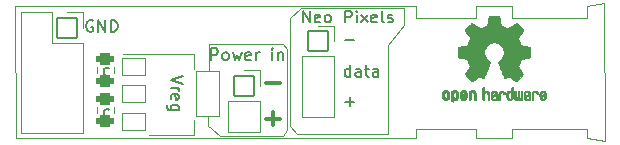
<source format=gto>
G04 #@! TF.GenerationSoftware,KiCad,Pcbnew,6.0.7-f9a2dced07~116~ubuntu20.04.1*
G04 #@! TF.CreationDate,2022-09-06T19:45:12+02:00*
G04 #@! TF.ProjectId,wled-lion,776c6564-2d6c-4696-9f6e-2e6b69636164,rev?*
G04 #@! TF.SameCoordinates,Original*
G04 #@! TF.FileFunction,Legend,Top*
G04 #@! TF.FilePolarity,Positive*
%FSLAX46Y46*%
G04 Gerber Fmt 4.6, Leading zero omitted, Abs format (unit mm)*
G04 Created by KiCad (PCBNEW 6.0.7-f9a2dced07~116~ubuntu20.04.1) date 2022-09-06 19:45:12*
%MOMM*%
%LPD*%
G01*
G04 APERTURE LIST*
G04 Aperture macros list*
%AMRoundRect*
0 Rectangle with rounded corners*
0 $1 Rounding radius*
0 $2 $3 $4 $5 $6 $7 $8 $9 X,Y pos of 4 corners*
0 Add a 4 corners polygon primitive as box body*
4,1,4,$2,$3,$4,$5,$6,$7,$8,$9,$2,$3,0*
0 Add four circle primitives for the rounded corners*
1,1,$1+$1,$2,$3*
1,1,$1+$1,$4,$5*
1,1,$1+$1,$6,$7*
1,1,$1+$1,$8,$9*
0 Add four rect primitives between the rounded corners*
20,1,$1+$1,$2,$3,$4,$5,0*
20,1,$1+$1,$4,$5,$6,$7,0*
20,1,$1+$1,$6,$7,$8,$9,0*
20,1,$1+$1,$8,$9,$2,$3,0*%
G04 Aperture macros list end*
%ADD10C,0.120000*%
G04 #@! TA.AperFunction,Profile*
%ADD11C,0.050000*%
G04 #@! TD*
%ADD12C,0.300000*%
%ADD13C,0.150000*%
%ADD14C,0.010000*%
%ADD15RoundRect,0.294750X0.456250X-0.243750X0.456250X0.243750X-0.456250X0.243750X-0.456250X-0.243750X0*%
%ADD16RoundRect,0.051000X-0.850000X-0.850000X0.850000X-0.850000X0.850000X0.850000X-0.850000X0.850000X0*%
%ADD17O,1.802000X1.802000*%
%ADD18RoundRect,0.051000X-1.000000X-0.750000X1.000000X-0.750000X1.000000X0.750000X-1.000000X0.750000X0*%
%ADD19RoundRect,0.051000X-1.000000X-1.900000X1.000000X-1.900000X1.000000X1.900000X-1.000000X1.900000X0*%
G04 APERTURE END LIST*
D10*
X171500000Y-88200000D02*
X171500000Y-95100000D01*
X171100000Y-95600000D01*
X165800000Y-95600000D01*
X165000000Y-94900000D01*
X164800000Y-94700000D01*
X164900000Y-87800000D01*
X171100000Y-87800000D01*
X171500000Y-88200000D01*
X181400000Y-86200000D02*
X180000000Y-87900000D01*
X180000000Y-95400000D01*
X172300000Y-95400000D01*
X171700000Y-94700000D01*
X171700000Y-85600000D01*
X172700000Y-84700000D01*
X181400000Y-84700000D01*
X181400000Y-86200000D01*
D11*
X182372000Y-84582000D02*
X148450000Y-84550000D01*
X198350000Y-84328000D02*
X198374000Y-96012000D01*
X190500000Y-85598000D02*
X196850000Y-85598000D01*
X190500000Y-94996000D02*
X196850000Y-94996000D01*
X182372000Y-95758000D02*
X182372000Y-94996000D01*
X148450000Y-84550000D02*
X148500000Y-95758000D01*
X187452000Y-94996000D02*
X187452000Y-95758000D01*
X190500000Y-84582000D02*
X190500000Y-85598000D01*
X182372000Y-85598000D02*
X187452000Y-85598000D01*
X187452000Y-95758000D02*
X190500000Y-95758000D01*
X182372000Y-85598000D02*
X182372000Y-84582000D01*
X187452000Y-85598000D02*
X187452000Y-84582000D01*
X198350000Y-84328000D02*
X196850000Y-84582000D01*
X196850000Y-94996000D02*
X196850000Y-95758000D01*
X187452000Y-84582000D02*
X190500000Y-84582000D01*
X196850000Y-95758000D02*
X198374000Y-96012000D01*
X182372000Y-94996000D02*
X187452000Y-94996000D01*
X190500000Y-95758000D02*
X190500000Y-94996000D01*
X196850000Y-84582000D02*
X196850000Y-85598000D01*
X148500000Y-95758000D02*
X182372000Y-95758000D01*
D12*
X169728571Y-94107142D02*
X170871428Y-94107142D01*
X170300000Y-94678571D02*
X170300000Y-93535714D01*
X169728571Y-91107142D02*
X170871428Y-91107142D01*
D13*
X172814285Y-85952380D02*
X172814285Y-84952380D01*
X173385714Y-85952380D01*
X173385714Y-84952380D01*
X174242857Y-85904761D02*
X174147619Y-85952380D01*
X173957142Y-85952380D01*
X173861904Y-85904761D01*
X173814285Y-85809523D01*
X173814285Y-85428571D01*
X173861904Y-85333333D01*
X173957142Y-85285714D01*
X174147619Y-85285714D01*
X174242857Y-85333333D01*
X174290476Y-85428571D01*
X174290476Y-85523809D01*
X173814285Y-85619047D01*
X174861904Y-85952380D02*
X174766666Y-85904761D01*
X174719047Y-85857142D01*
X174671428Y-85761904D01*
X174671428Y-85476190D01*
X174719047Y-85380952D01*
X174766666Y-85333333D01*
X174861904Y-85285714D01*
X175004761Y-85285714D01*
X175100000Y-85333333D01*
X175147619Y-85380952D01*
X175195238Y-85476190D01*
X175195238Y-85761904D01*
X175147619Y-85857142D01*
X175100000Y-85904761D01*
X175004761Y-85952380D01*
X174861904Y-85952380D01*
X176385714Y-85952380D02*
X176385714Y-84952380D01*
X176766666Y-84952380D01*
X176861904Y-85000000D01*
X176909523Y-85047619D01*
X176957142Y-85142857D01*
X176957142Y-85285714D01*
X176909523Y-85380952D01*
X176861904Y-85428571D01*
X176766666Y-85476190D01*
X176385714Y-85476190D01*
X177385714Y-85952380D02*
X177385714Y-85285714D01*
X177385714Y-84952380D02*
X177338095Y-85000000D01*
X177385714Y-85047619D01*
X177433333Y-85000000D01*
X177385714Y-84952380D01*
X177385714Y-85047619D01*
X177766666Y-85952380D02*
X178290476Y-85285714D01*
X177766666Y-85285714D02*
X178290476Y-85952380D01*
X179052380Y-85904761D02*
X178957142Y-85952380D01*
X178766666Y-85952380D01*
X178671428Y-85904761D01*
X178623809Y-85809523D01*
X178623809Y-85428571D01*
X178671428Y-85333333D01*
X178766666Y-85285714D01*
X178957142Y-85285714D01*
X179052380Y-85333333D01*
X179100000Y-85428571D01*
X179100000Y-85523809D01*
X178623809Y-85619047D01*
X179671428Y-85952380D02*
X179576190Y-85904761D01*
X179528571Y-85809523D01*
X179528571Y-84952380D01*
X180004761Y-85904761D02*
X180100000Y-85952380D01*
X180290476Y-85952380D01*
X180385714Y-85904761D01*
X180433333Y-85809523D01*
X180433333Y-85761904D01*
X180385714Y-85666666D01*
X180290476Y-85619047D01*
X180147619Y-85619047D01*
X180052380Y-85571428D01*
X180004761Y-85476190D01*
X180004761Y-85428571D01*
X180052380Y-85333333D01*
X180147619Y-85285714D01*
X180290476Y-85285714D01*
X180385714Y-85333333D01*
X165052380Y-89152380D02*
X165052380Y-88152380D01*
X165433333Y-88152380D01*
X165528571Y-88200000D01*
X165576190Y-88247619D01*
X165623809Y-88342857D01*
X165623809Y-88485714D01*
X165576190Y-88580952D01*
X165528571Y-88628571D01*
X165433333Y-88676190D01*
X165052380Y-88676190D01*
X166195238Y-89152380D02*
X166100000Y-89104761D01*
X166052380Y-89057142D01*
X166004761Y-88961904D01*
X166004761Y-88676190D01*
X166052380Y-88580952D01*
X166100000Y-88533333D01*
X166195238Y-88485714D01*
X166338095Y-88485714D01*
X166433333Y-88533333D01*
X166480952Y-88580952D01*
X166528571Y-88676190D01*
X166528571Y-88961904D01*
X166480952Y-89057142D01*
X166433333Y-89104761D01*
X166338095Y-89152380D01*
X166195238Y-89152380D01*
X166861904Y-88485714D02*
X167052380Y-89152380D01*
X167242857Y-88676190D01*
X167433333Y-89152380D01*
X167623809Y-88485714D01*
X168385714Y-89104761D02*
X168290476Y-89152380D01*
X168100000Y-89152380D01*
X168004761Y-89104761D01*
X167957142Y-89009523D01*
X167957142Y-88628571D01*
X168004761Y-88533333D01*
X168100000Y-88485714D01*
X168290476Y-88485714D01*
X168385714Y-88533333D01*
X168433333Y-88628571D01*
X168433333Y-88723809D01*
X167957142Y-88819047D01*
X168861904Y-89152380D02*
X168861904Y-88485714D01*
X168861904Y-88676190D02*
X168909523Y-88580952D01*
X168957142Y-88533333D01*
X169052380Y-88485714D01*
X169147619Y-88485714D01*
X170242857Y-89152380D02*
X170242857Y-88485714D01*
X170242857Y-88152380D02*
X170195238Y-88200000D01*
X170242857Y-88247619D01*
X170290476Y-88200000D01*
X170242857Y-88152380D01*
X170242857Y-88247619D01*
X170719047Y-88485714D02*
X170719047Y-89152380D01*
X170719047Y-88580952D02*
X170766666Y-88533333D01*
X170861904Y-88485714D01*
X171004761Y-88485714D01*
X171100000Y-88533333D01*
X171147619Y-88628571D01*
X171147619Y-89152380D01*
X156438095Y-90404761D02*
X156342857Y-90452380D01*
X156152380Y-90452380D01*
X156057142Y-90404761D01*
X156009523Y-90357142D01*
X155961904Y-90261904D01*
X155961904Y-89976190D01*
X156009523Y-89880952D01*
X156057142Y-89833333D01*
X156152380Y-89785714D01*
X156342857Y-89785714D01*
X156438095Y-89833333D01*
X155038095Y-85800000D02*
X154942857Y-85752380D01*
X154800000Y-85752380D01*
X154657142Y-85800000D01*
X154561904Y-85895238D01*
X154514285Y-85990476D01*
X154466666Y-86180952D01*
X154466666Y-86323809D01*
X154514285Y-86514285D01*
X154561904Y-86609523D01*
X154657142Y-86704761D01*
X154800000Y-86752380D01*
X154895238Y-86752380D01*
X155038095Y-86704761D01*
X155085714Y-86657142D01*
X155085714Y-86323809D01*
X154895238Y-86323809D01*
X155514285Y-86752380D02*
X155514285Y-85752380D01*
X156085714Y-86752380D01*
X156085714Y-85752380D01*
X156561904Y-86752380D02*
X156561904Y-85752380D01*
X156800000Y-85752380D01*
X156942857Y-85800000D01*
X157038095Y-85895238D01*
X157085714Y-85990476D01*
X157133333Y-86180952D01*
X157133333Y-86323809D01*
X157085714Y-86514285D01*
X157038095Y-86609523D01*
X156942857Y-86704761D01*
X156800000Y-86752380D01*
X156561904Y-86752380D01*
X176419047Y-87471428D02*
X177180952Y-87471428D01*
X176823809Y-90552380D02*
X176823809Y-89552380D01*
X176823809Y-90504761D02*
X176728571Y-90552380D01*
X176538095Y-90552380D01*
X176442857Y-90504761D01*
X176395238Y-90457142D01*
X176347619Y-90361904D01*
X176347619Y-90076190D01*
X176395238Y-89980952D01*
X176442857Y-89933333D01*
X176538095Y-89885714D01*
X176728571Y-89885714D01*
X176823809Y-89933333D01*
X177728571Y-90552380D02*
X177728571Y-90028571D01*
X177680952Y-89933333D01*
X177585714Y-89885714D01*
X177395238Y-89885714D01*
X177300000Y-89933333D01*
X177728571Y-90504761D02*
X177633333Y-90552380D01*
X177395238Y-90552380D01*
X177300000Y-90504761D01*
X177252380Y-90409523D01*
X177252380Y-90314285D01*
X177300000Y-90219047D01*
X177395238Y-90171428D01*
X177633333Y-90171428D01*
X177728571Y-90123809D01*
X178061904Y-89885714D02*
X178442857Y-89885714D01*
X178204761Y-89552380D02*
X178204761Y-90409523D01*
X178252380Y-90504761D01*
X178347619Y-90552380D01*
X178442857Y-90552380D01*
X179204761Y-90552380D02*
X179204761Y-90028571D01*
X179157142Y-89933333D01*
X179061904Y-89885714D01*
X178871428Y-89885714D01*
X178776190Y-89933333D01*
X179204761Y-90504761D02*
X179109523Y-90552380D01*
X178871428Y-90552380D01*
X178776190Y-90504761D01*
X178728571Y-90409523D01*
X178728571Y-90314285D01*
X178776190Y-90219047D01*
X178871428Y-90171428D01*
X179109523Y-90171428D01*
X179204761Y-90123809D01*
X162647619Y-90476190D02*
X161647619Y-90809523D01*
X162647619Y-91142857D01*
X161647619Y-91476190D02*
X162314285Y-91476190D01*
X162123809Y-91476190D02*
X162219047Y-91523809D01*
X162266666Y-91571428D01*
X162314285Y-91666666D01*
X162314285Y-91761904D01*
X161695238Y-92476190D02*
X161647619Y-92380952D01*
X161647619Y-92190476D01*
X161695238Y-92095238D01*
X161790476Y-92047619D01*
X162171428Y-92047619D01*
X162266666Y-92095238D01*
X162314285Y-92190476D01*
X162314285Y-92380952D01*
X162266666Y-92476190D01*
X162171428Y-92523809D01*
X162076190Y-92523809D01*
X161980952Y-92047619D01*
X162314285Y-93380952D02*
X161504761Y-93380952D01*
X161409523Y-93333333D01*
X161361904Y-93285714D01*
X161314285Y-93190476D01*
X161314285Y-93047619D01*
X161361904Y-92952380D01*
X161695238Y-93380952D02*
X161647619Y-93285714D01*
X161647619Y-93095238D01*
X161695238Y-93000000D01*
X161742857Y-92952380D01*
X161838095Y-92904761D01*
X162123809Y-92904761D01*
X162219047Y-92952380D01*
X162266666Y-93000000D01*
X162314285Y-93095238D01*
X162314285Y-93285714D01*
X162266666Y-93380952D01*
X156438095Y-93904761D02*
X156342857Y-93952380D01*
X156152380Y-93952380D01*
X156057142Y-93904761D01*
X156009523Y-93857142D01*
X155961904Y-93761904D01*
X155961904Y-93476190D01*
X156009523Y-93380952D01*
X156057142Y-93333333D01*
X156152380Y-93285714D01*
X156342857Y-93285714D01*
X156438095Y-93333333D01*
X176419047Y-92671428D02*
X177180952Y-92671428D01*
X176800000Y-93052380D02*
X176800000Y-92290476D01*
D10*
X155390000Y-93658578D02*
X155390000Y-93141422D01*
X156810000Y-93658578D02*
X156810000Y-93141422D01*
X156810000Y-90208578D02*
X156810000Y-89691422D01*
X155390000Y-90208578D02*
X155390000Y-89691422D01*
X151580000Y-85070000D02*
X151580000Y-87670000D01*
X148980000Y-95350000D02*
X154180000Y-95350000D01*
X152850000Y-85070000D02*
X154180000Y-85070000D01*
X148980000Y-85070000D02*
X148980000Y-95350000D01*
X151580000Y-87670000D02*
X154180000Y-87670000D01*
X148980000Y-85070000D02*
X151580000Y-85070000D01*
X154180000Y-87670000D02*
X154180000Y-95350000D01*
X154180000Y-85070000D02*
X154180000Y-86400000D01*
X172770000Y-88820000D02*
X175430000Y-88820000D01*
X174100000Y-86220000D02*
X175430000Y-86220000D01*
X172770000Y-93960000D02*
X175430000Y-93960000D01*
X175430000Y-88820000D02*
X175430000Y-93960000D01*
X175430000Y-86220000D02*
X175430000Y-87550000D01*
X172770000Y-88820000D02*
X172770000Y-93960000D01*
X163560000Y-88640000D02*
X163560000Y-89900000D01*
X159800000Y-95460000D02*
X163560000Y-95460000D01*
X157550000Y-88640000D02*
X163560000Y-88640000D01*
X163560000Y-95460000D02*
X163560000Y-94200000D01*
X169180000Y-90020000D02*
X169180000Y-91350000D01*
X166520000Y-95220000D02*
X169180000Y-95220000D01*
X167850000Y-90020000D02*
X169180000Y-90020000D01*
X166520000Y-92620000D02*
X166520000Y-95220000D01*
X169180000Y-92620000D02*
X169180000Y-95220000D01*
X166520000Y-92620000D02*
X169180000Y-92620000D01*
G36*
X184607629Y-91937906D02*
G01*
X184614322Y-91889163D01*
X184625960Y-91853288D01*
X184643853Y-91821548D01*
X184647808Y-91815648D01*
X184714267Y-91736104D01*
X184786685Y-91689929D01*
X184874849Y-91671599D01*
X184904787Y-91670703D01*
X185016886Y-91687256D01*
X185108464Y-91735409D01*
X185176049Y-91812905D01*
X185200057Y-91862727D01*
X185218738Y-91937533D01*
X185228301Y-92032052D01*
X185229208Y-92135210D01*
X185221921Y-92235935D01*
X185206903Y-92323153D01*
X185184615Y-92385791D01*
X185177765Y-92396579D01*
X185096632Y-92477105D01*
X185000266Y-92525336D01*
X184895701Y-92539450D01*
X184789968Y-92517629D01*
X184760543Y-92504547D01*
X184703241Y-92464231D01*
X184652950Y-92410775D01*
X184648197Y-92403995D01*
X184628878Y-92371321D01*
X184616108Y-92336394D01*
X184608564Y-92290414D01*
X184604924Y-92224584D01*
X184603865Y-92130105D01*
X184603846Y-92108923D01*
X184603894Y-92102182D01*
X184799231Y-92102182D01*
X184800368Y-92191349D01*
X184804841Y-92250520D01*
X184814246Y-92288741D01*
X184830176Y-92315053D01*
X184838308Y-92323846D01*
X184885058Y-92357261D01*
X184930447Y-92355737D01*
X184976340Y-92326752D01*
X185003712Y-92295809D01*
X185019923Y-92250643D01*
X185029026Y-92179420D01*
X185029651Y-92171114D01*
X185031204Y-92042037D01*
X185014965Y-91946172D01*
X184981152Y-91884107D01*
X184929984Y-91856432D01*
X184911720Y-91854923D01*
X184863760Y-91862513D01*
X184830953Y-91888808D01*
X184810895Y-91939095D01*
X184801178Y-92018664D01*
X184799231Y-92102182D01*
X184603894Y-92102182D01*
X184604574Y-92008249D01*
X184607629Y-91937906D01*
G37*
D14*
X184607629Y-91937906D02*
X184614322Y-91889163D01*
X184625960Y-91853288D01*
X184643853Y-91821548D01*
X184647808Y-91815648D01*
X184714267Y-91736104D01*
X184786685Y-91689929D01*
X184874849Y-91671599D01*
X184904787Y-91670703D01*
X185016886Y-91687256D01*
X185108464Y-91735409D01*
X185176049Y-91812905D01*
X185200057Y-91862727D01*
X185218738Y-91937533D01*
X185228301Y-92032052D01*
X185229208Y-92135210D01*
X185221921Y-92235935D01*
X185206903Y-92323153D01*
X185184615Y-92385791D01*
X185177765Y-92396579D01*
X185096632Y-92477105D01*
X185000266Y-92525336D01*
X184895701Y-92539450D01*
X184789968Y-92517629D01*
X184760543Y-92504547D01*
X184703241Y-92464231D01*
X184652950Y-92410775D01*
X184648197Y-92403995D01*
X184628878Y-92371321D01*
X184616108Y-92336394D01*
X184608564Y-92290414D01*
X184604924Y-92224584D01*
X184603865Y-92130105D01*
X184603846Y-92108923D01*
X184603894Y-92102182D01*
X184799231Y-92102182D01*
X184800368Y-92191349D01*
X184804841Y-92250520D01*
X184814246Y-92288741D01*
X184830176Y-92315053D01*
X184838308Y-92323846D01*
X184885058Y-92357261D01*
X184930447Y-92355737D01*
X184976340Y-92326752D01*
X185003712Y-92295809D01*
X185019923Y-92250643D01*
X185029026Y-92179420D01*
X185029651Y-92171114D01*
X185031204Y-92042037D01*
X185014965Y-91946172D01*
X184981152Y-91884107D01*
X184929984Y-91856432D01*
X184911720Y-91854923D01*
X184863760Y-91862513D01*
X184830953Y-91888808D01*
X184810895Y-91939095D01*
X184801178Y-92018664D01*
X184799231Y-92102182D01*
X184603894Y-92102182D01*
X184604574Y-92008249D01*
X184607629Y-91937906D01*
G36*
X191395929Y-91736662D02*
G01*
X191398911Y-91788068D01*
X191401247Y-91866192D01*
X191402749Y-91964857D01*
X191403231Y-92068343D01*
X191403231Y-92418533D01*
X191341401Y-92480363D01*
X191298793Y-92518462D01*
X191261390Y-92533895D01*
X191210270Y-92532918D01*
X191189978Y-92530433D01*
X191126554Y-92523200D01*
X191074095Y-92519055D01*
X191061308Y-92518672D01*
X191018199Y-92521176D01*
X190956544Y-92527462D01*
X190932638Y-92530433D01*
X190873922Y-92535028D01*
X190834464Y-92525046D01*
X190795338Y-92494228D01*
X190781215Y-92480363D01*
X190719385Y-92418533D01*
X190719385Y-91763503D01*
X190769150Y-91740829D01*
X190812002Y-91724034D01*
X190837073Y-91718154D01*
X190843501Y-91736736D01*
X190849509Y-91788655D01*
X190854697Y-91868172D01*
X190858664Y-91969546D01*
X190860577Y-92055192D01*
X190865923Y-92392231D01*
X190912560Y-92398825D01*
X190954976Y-92394214D01*
X190975760Y-92379287D01*
X190981570Y-92351377D01*
X190986530Y-92291925D01*
X190990246Y-92208466D01*
X190992324Y-92108532D01*
X190992624Y-92057104D01*
X190992923Y-91761054D01*
X191054454Y-91739604D01*
X191098004Y-91725020D01*
X191121694Y-91718219D01*
X191122377Y-91718154D01*
X191124754Y-91736642D01*
X191127366Y-91787906D01*
X191129995Y-91865649D01*
X191132421Y-91963574D01*
X191134115Y-92055192D01*
X191139461Y-92392231D01*
X191256692Y-92392231D01*
X191262072Y-92084746D01*
X191267451Y-91777261D01*
X191324601Y-91747707D01*
X191366797Y-91727413D01*
X191391770Y-91718204D01*
X191392491Y-91718154D01*
X191395929Y-91736662D01*
G37*
X191395929Y-91736662D02*
X191398911Y-91788068D01*
X191401247Y-91866192D01*
X191402749Y-91964857D01*
X191403231Y-92068343D01*
X191403231Y-92418533D01*
X191341401Y-92480363D01*
X191298793Y-92518462D01*
X191261390Y-92533895D01*
X191210270Y-92532918D01*
X191189978Y-92530433D01*
X191126554Y-92523200D01*
X191074095Y-92519055D01*
X191061308Y-92518672D01*
X191018199Y-92521176D01*
X190956544Y-92527462D01*
X190932638Y-92530433D01*
X190873922Y-92535028D01*
X190834464Y-92525046D01*
X190795338Y-92494228D01*
X190781215Y-92480363D01*
X190719385Y-92418533D01*
X190719385Y-91763503D01*
X190769150Y-91740829D01*
X190812002Y-91724034D01*
X190837073Y-91718154D01*
X190843501Y-91736736D01*
X190849509Y-91788655D01*
X190854697Y-91868172D01*
X190858664Y-91969546D01*
X190860577Y-92055192D01*
X190865923Y-92392231D01*
X190912560Y-92398825D01*
X190954976Y-92394214D01*
X190975760Y-92379287D01*
X190981570Y-92351377D01*
X190986530Y-92291925D01*
X190990246Y-92208466D01*
X190992324Y-92108532D01*
X190992624Y-92057104D01*
X190992923Y-91761054D01*
X191054454Y-91739604D01*
X191098004Y-91725020D01*
X191121694Y-91718219D01*
X191122377Y-91718154D01*
X191124754Y-91736642D01*
X191127366Y-91787906D01*
X191129995Y-91865649D01*
X191132421Y-91963574D01*
X191134115Y-92055192D01*
X191139461Y-92392231D01*
X191256692Y-92392231D01*
X191262072Y-92084746D01*
X191267451Y-91777261D01*
X191324601Y-91747707D01*
X191366797Y-91727413D01*
X191391770Y-91718204D01*
X191392491Y-91718154D01*
X191395929Y-91736662D01*
G36*
X188159846Y-91592120D02*
G01*
X188165572Y-91671980D01*
X188172149Y-91719039D01*
X188181262Y-91739566D01*
X188194598Y-91739829D01*
X188198923Y-91737378D01*
X188256444Y-91719636D01*
X188331268Y-91720672D01*
X188407339Y-91738910D01*
X188454918Y-91762505D01*
X188503702Y-91800198D01*
X188539364Y-91842855D01*
X188563845Y-91897057D01*
X188579087Y-91969384D01*
X188587030Y-92066419D01*
X188589616Y-92194742D01*
X188589662Y-92219358D01*
X188589692Y-92495870D01*
X188528161Y-92517320D01*
X188484459Y-92531912D01*
X188460482Y-92538706D01*
X188459777Y-92538769D01*
X188457415Y-92520345D01*
X188455406Y-92469526D01*
X188453901Y-92392993D01*
X188453053Y-92297430D01*
X188452923Y-92239329D01*
X188452651Y-92124771D01*
X188451252Y-92042667D01*
X188447849Y-91986393D01*
X188441567Y-91949326D01*
X188431529Y-91924844D01*
X188416861Y-91906325D01*
X188407702Y-91897406D01*
X188344789Y-91861466D01*
X188276136Y-91858775D01*
X188213848Y-91889170D01*
X188202329Y-91900144D01*
X188185433Y-91920779D01*
X188173714Y-91945256D01*
X188166233Y-91980647D01*
X188162054Y-92034026D01*
X188160237Y-92112466D01*
X188159846Y-92220617D01*
X188159846Y-92495870D01*
X188098315Y-92517320D01*
X188054613Y-92531912D01*
X188030636Y-92538706D01*
X188029930Y-92538769D01*
X188028126Y-92520069D01*
X188026500Y-92467322D01*
X188025117Y-92385557D01*
X188024042Y-92279805D01*
X188023340Y-92155094D01*
X188023077Y-92016455D01*
X188023077Y-91481806D01*
X188150077Y-91428236D01*
X188159846Y-91592120D01*
G37*
X188159846Y-91592120D02*
X188165572Y-91671980D01*
X188172149Y-91719039D01*
X188181262Y-91739566D01*
X188194598Y-91739829D01*
X188198923Y-91737378D01*
X188256444Y-91719636D01*
X188331268Y-91720672D01*
X188407339Y-91738910D01*
X188454918Y-91762505D01*
X188503702Y-91800198D01*
X188539364Y-91842855D01*
X188563845Y-91897057D01*
X188579087Y-91969384D01*
X188587030Y-92066419D01*
X188589616Y-92194742D01*
X188589662Y-92219358D01*
X188589692Y-92495870D01*
X188528161Y-92517320D01*
X188484459Y-92531912D01*
X188460482Y-92538706D01*
X188459777Y-92538769D01*
X188457415Y-92520345D01*
X188455406Y-92469526D01*
X188453901Y-92392993D01*
X188453053Y-92297430D01*
X188452923Y-92239329D01*
X188452651Y-92124771D01*
X188451252Y-92042667D01*
X188447849Y-91986393D01*
X188441567Y-91949326D01*
X188431529Y-91924844D01*
X188416861Y-91906325D01*
X188407702Y-91897406D01*
X188344789Y-91861466D01*
X188276136Y-91858775D01*
X188213848Y-91889170D01*
X188202329Y-91900144D01*
X188185433Y-91920779D01*
X188173714Y-91945256D01*
X188166233Y-91980647D01*
X188162054Y-92034026D01*
X188160237Y-92112466D01*
X188159846Y-92220617D01*
X188159846Y-92495870D01*
X188098315Y-92517320D01*
X188054613Y-92531912D01*
X188030636Y-92538706D01*
X188029930Y-92538769D01*
X188028126Y-92520069D01*
X188026500Y-92467322D01*
X188025117Y-92385557D01*
X188024042Y-92279805D01*
X188023340Y-92155094D01*
X188023077Y-92016455D01*
X188023077Y-91481806D01*
X188150077Y-91428236D01*
X188159846Y-91592120D01*
G36*
X185356873Y-91994679D02*
G01*
X185360606Y-91930905D01*
X185365907Y-91885582D01*
X185373258Y-91853555D01*
X185383143Y-91829668D01*
X185396046Y-91808764D01*
X185401579Y-91800898D01*
X185474969Y-91726595D01*
X185567760Y-91684467D01*
X185675096Y-91672722D01*
X185768886Y-91684505D01*
X185843539Y-91721727D01*
X185909431Y-91790261D01*
X185927577Y-91815648D01*
X185947345Y-91848866D01*
X185960172Y-91884945D01*
X185967510Y-91933098D01*
X185970813Y-92002536D01*
X185971538Y-92094206D01*
X185968263Y-92219830D01*
X185956877Y-92314154D01*
X185935041Y-92384523D01*
X185900419Y-92438286D01*
X185850670Y-92482788D01*
X185847014Y-92485423D01*
X185797985Y-92512377D01*
X185738945Y-92525712D01*
X185663859Y-92529000D01*
X185541795Y-92529000D01*
X185541744Y-92647497D01*
X185540608Y-92713492D01*
X185533686Y-92752202D01*
X185515598Y-92775419D01*
X185480962Y-92794933D01*
X185472645Y-92798920D01*
X185433720Y-92817603D01*
X185403583Y-92829403D01*
X185381174Y-92830422D01*
X185365433Y-92816761D01*
X185355302Y-92784522D01*
X185349723Y-92729804D01*
X185347635Y-92648711D01*
X185347981Y-92537344D01*
X185349700Y-92391802D01*
X185350237Y-92348269D01*
X185352172Y-92198205D01*
X185353904Y-92100042D01*
X185541692Y-92100042D01*
X185542748Y-92183364D01*
X185547438Y-92237880D01*
X185558051Y-92273837D01*
X185576872Y-92301482D01*
X185589650Y-92314965D01*
X185641890Y-92354417D01*
X185688142Y-92357628D01*
X185735867Y-92325049D01*
X185737077Y-92323846D01*
X185756494Y-92298668D01*
X185768307Y-92264447D01*
X185774265Y-92211748D01*
X185776120Y-92131131D01*
X185776154Y-92113271D01*
X185771670Y-92002175D01*
X185757074Y-91925161D01*
X185730650Y-91878147D01*
X185690683Y-91857050D01*
X185667584Y-91854923D01*
X185612762Y-91864900D01*
X185575158Y-91897752D01*
X185552523Y-91957857D01*
X185542606Y-92049598D01*
X185541692Y-92100042D01*
X185353904Y-92100042D01*
X185354222Y-92082060D01*
X185356873Y-91994679D01*
G37*
X185356873Y-91994679D02*
X185360606Y-91930905D01*
X185365907Y-91885582D01*
X185373258Y-91853555D01*
X185383143Y-91829668D01*
X185396046Y-91808764D01*
X185401579Y-91800898D01*
X185474969Y-91726595D01*
X185567760Y-91684467D01*
X185675096Y-91672722D01*
X185768886Y-91684505D01*
X185843539Y-91721727D01*
X185909431Y-91790261D01*
X185927577Y-91815648D01*
X185947345Y-91848866D01*
X185960172Y-91884945D01*
X185967510Y-91933098D01*
X185970813Y-92002536D01*
X185971538Y-92094206D01*
X185968263Y-92219830D01*
X185956877Y-92314154D01*
X185935041Y-92384523D01*
X185900419Y-92438286D01*
X185850670Y-92482788D01*
X185847014Y-92485423D01*
X185797985Y-92512377D01*
X185738945Y-92525712D01*
X185663859Y-92529000D01*
X185541795Y-92529000D01*
X185541744Y-92647497D01*
X185540608Y-92713492D01*
X185533686Y-92752202D01*
X185515598Y-92775419D01*
X185480962Y-92794933D01*
X185472645Y-92798920D01*
X185433720Y-92817603D01*
X185403583Y-92829403D01*
X185381174Y-92830422D01*
X185365433Y-92816761D01*
X185355302Y-92784522D01*
X185349723Y-92729804D01*
X185347635Y-92648711D01*
X185347981Y-92537344D01*
X185349700Y-92391802D01*
X185350237Y-92348269D01*
X185352172Y-92198205D01*
X185353904Y-92100042D01*
X185541692Y-92100042D01*
X185542748Y-92183364D01*
X185547438Y-92237880D01*
X185558051Y-92273837D01*
X185576872Y-92301482D01*
X185589650Y-92314965D01*
X185641890Y-92354417D01*
X185688142Y-92357628D01*
X185735867Y-92325049D01*
X185737077Y-92323846D01*
X185756494Y-92298668D01*
X185768307Y-92264447D01*
X185774265Y-92211748D01*
X185776120Y-92131131D01*
X185776154Y-92113271D01*
X185771670Y-92002175D01*
X185757074Y-91925161D01*
X185730650Y-91878147D01*
X185690683Y-91857050D01*
X185667584Y-91854923D01*
X185612762Y-91864900D01*
X185575158Y-91897752D01*
X185552523Y-91957857D01*
X185542606Y-92049598D01*
X185541692Y-92100042D01*
X185353904Y-92100042D01*
X185354222Y-92082060D01*
X185356873Y-91994679D01*
G36*
X189053501Y-91726303D02*
G01*
X189130060Y-91754733D01*
X189130936Y-91755279D01*
X189178285Y-91790127D01*
X189213241Y-91830852D01*
X189237825Y-91883925D01*
X189254062Y-91955814D01*
X189263975Y-92052992D01*
X189269586Y-92181928D01*
X189270077Y-92200298D01*
X189277141Y-92477287D01*
X189217695Y-92508028D01*
X189174681Y-92528802D01*
X189148710Y-92538646D01*
X189147509Y-92538769D01*
X189143014Y-92520606D01*
X189139444Y-92471612D01*
X189137248Y-92400031D01*
X189136769Y-92342068D01*
X189136758Y-92248170D01*
X189132466Y-92189203D01*
X189117503Y-92161079D01*
X189085482Y-92159706D01*
X189030014Y-92180998D01*
X188946269Y-92220136D01*
X188884689Y-92252643D01*
X188853017Y-92280845D01*
X188843706Y-92311582D01*
X188843692Y-92313104D01*
X188859057Y-92366054D01*
X188904547Y-92394660D01*
X188974166Y-92398803D01*
X189024313Y-92398084D01*
X189050754Y-92412527D01*
X189067243Y-92447218D01*
X189076733Y-92491416D01*
X189063057Y-92516493D01*
X189057907Y-92520082D01*
X189009425Y-92534496D01*
X188941531Y-92536537D01*
X188871612Y-92526983D01*
X188822068Y-92509522D01*
X188753570Y-92451364D01*
X188714634Y-92370408D01*
X188706923Y-92307160D01*
X188712807Y-92250111D01*
X188734101Y-92203542D01*
X188776265Y-92162181D01*
X188844759Y-92120755D01*
X188945044Y-92073993D01*
X188951154Y-92071350D01*
X189041490Y-92029617D01*
X189097235Y-91995391D01*
X189121129Y-91964635D01*
X189115913Y-91933311D01*
X189084328Y-91897383D01*
X189074883Y-91889116D01*
X189011617Y-91857058D01*
X188946064Y-91858407D01*
X188888972Y-91889838D01*
X188851093Y-91948024D01*
X188847574Y-91959446D01*
X188813300Y-92014837D01*
X188769809Y-92041518D01*
X188706923Y-92067960D01*
X188706923Y-91999548D01*
X188726052Y-91900110D01*
X188782831Y-91808902D01*
X188812378Y-91778389D01*
X188879542Y-91739228D01*
X188964956Y-91721500D01*
X189053501Y-91726303D01*
G37*
X189053501Y-91726303D02*
X189130060Y-91754733D01*
X189130936Y-91755279D01*
X189178285Y-91790127D01*
X189213241Y-91830852D01*
X189237825Y-91883925D01*
X189254062Y-91955814D01*
X189263975Y-92052992D01*
X189269586Y-92181928D01*
X189270077Y-92200298D01*
X189277141Y-92477287D01*
X189217695Y-92508028D01*
X189174681Y-92528802D01*
X189148710Y-92538646D01*
X189147509Y-92538769D01*
X189143014Y-92520606D01*
X189139444Y-92471612D01*
X189137248Y-92400031D01*
X189136769Y-92342068D01*
X189136758Y-92248170D01*
X189132466Y-92189203D01*
X189117503Y-92161079D01*
X189085482Y-92159706D01*
X189030014Y-92180998D01*
X188946269Y-92220136D01*
X188884689Y-92252643D01*
X188853017Y-92280845D01*
X188843706Y-92311582D01*
X188843692Y-92313104D01*
X188859057Y-92366054D01*
X188904547Y-92394660D01*
X188974166Y-92398803D01*
X189024313Y-92398084D01*
X189050754Y-92412527D01*
X189067243Y-92447218D01*
X189076733Y-92491416D01*
X189063057Y-92516493D01*
X189057907Y-92520082D01*
X189009425Y-92534496D01*
X188941531Y-92536537D01*
X188871612Y-92526983D01*
X188822068Y-92509522D01*
X188753570Y-92451364D01*
X188714634Y-92370408D01*
X188706923Y-92307160D01*
X188712807Y-92250111D01*
X188734101Y-92203542D01*
X188776265Y-92162181D01*
X188844759Y-92120755D01*
X188945044Y-92073993D01*
X188951154Y-92071350D01*
X189041490Y-92029617D01*
X189097235Y-91995391D01*
X189121129Y-91964635D01*
X189115913Y-91933311D01*
X189084328Y-91897383D01*
X189074883Y-91889116D01*
X189011617Y-91857058D01*
X188946064Y-91858407D01*
X188888972Y-91889838D01*
X188851093Y-91948024D01*
X188847574Y-91959446D01*
X188813300Y-92014837D01*
X188769809Y-92041518D01*
X188706923Y-92067960D01*
X188706923Y-91999548D01*
X188726052Y-91900110D01*
X188782831Y-91808902D01*
X188812378Y-91778389D01*
X188879542Y-91739228D01*
X188964956Y-91721500D01*
X189053501Y-91726303D01*
G36*
X191887333Y-91733528D02*
G01*
X191943590Y-91759117D01*
X191987747Y-91790124D01*
X192020101Y-91824795D01*
X192042438Y-91869520D01*
X192056546Y-91930692D01*
X192064211Y-92014701D01*
X192067220Y-92127940D01*
X192067538Y-92202509D01*
X192067538Y-92493420D01*
X192017773Y-92516095D01*
X191978576Y-92532667D01*
X191959157Y-92538769D01*
X191955442Y-92520610D01*
X191952495Y-92471648D01*
X191950691Y-92400153D01*
X191950308Y-92343385D01*
X191948661Y-92261371D01*
X191944222Y-92196309D01*
X191937740Y-92156467D01*
X191932590Y-92148000D01*
X191897977Y-92156646D01*
X191843640Y-92178823D01*
X191780722Y-92208886D01*
X191720368Y-92241192D01*
X191673721Y-92270098D01*
X191651926Y-92289961D01*
X191651839Y-92290175D01*
X191653714Y-92326935D01*
X191670525Y-92362026D01*
X191700039Y-92390528D01*
X191743116Y-92400061D01*
X191779932Y-92398950D01*
X191832074Y-92398133D01*
X191859444Y-92410349D01*
X191875882Y-92442624D01*
X191877955Y-92448710D01*
X191885081Y-92494739D01*
X191866024Y-92522687D01*
X191816353Y-92536007D01*
X191762697Y-92538470D01*
X191666142Y-92520210D01*
X191616159Y-92494131D01*
X191554429Y-92432868D01*
X191521690Y-92357670D01*
X191518753Y-92278211D01*
X191546424Y-92204167D01*
X191588047Y-92157769D01*
X191629604Y-92131793D01*
X191694922Y-92098907D01*
X191771038Y-92065557D01*
X191783726Y-92060461D01*
X191867333Y-92023565D01*
X191915530Y-91991046D01*
X191931030Y-91958718D01*
X191916550Y-91922394D01*
X191891692Y-91894000D01*
X191832939Y-91859039D01*
X191768293Y-91856417D01*
X191709008Y-91883358D01*
X191666339Y-91937088D01*
X191660739Y-91950950D01*
X191628133Y-92001936D01*
X191580530Y-92039787D01*
X191520461Y-92070850D01*
X191520461Y-91982768D01*
X191523997Y-91928951D01*
X191539156Y-91886534D01*
X191572768Y-91841279D01*
X191605035Y-91806420D01*
X191655209Y-91757062D01*
X191694193Y-91730547D01*
X191736064Y-91719911D01*
X191783460Y-91718154D01*
X191887333Y-91733528D01*
G37*
X191887333Y-91733528D02*
X191943590Y-91759117D01*
X191987747Y-91790124D01*
X192020101Y-91824795D01*
X192042438Y-91869520D01*
X192056546Y-91930692D01*
X192064211Y-92014701D01*
X192067220Y-92127940D01*
X192067538Y-92202509D01*
X192067538Y-92493420D01*
X192017773Y-92516095D01*
X191978576Y-92532667D01*
X191959157Y-92538769D01*
X191955442Y-92520610D01*
X191952495Y-92471648D01*
X191950691Y-92400153D01*
X191950308Y-92343385D01*
X191948661Y-92261371D01*
X191944222Y-92196309D01*
X191937740Y-92156467D01*
X191932590Y-92148000D01*
X191897977Y-92156646D01*
X191843640Y-92178823D01*
X191780722Y-92208886D01*
X191720368Y-92241192D01*
X191673721Y-92270098D01*
X191651926Y-92289961D01*
X191651839Y-92290175D01*
X191653714Y-92326935D01*
X191670525Y-92362026D01*
X191700039Y-92390528D01*
X191743116Y-92400061D01*
X191779932Y-92398950D01*
X191832074Y-92398133D01*
X191859444Y-92410349D01*
X191875882Y-92442624D01*
X191877955Y-92448710D01*
X191885081Y-92494739D01*
X191866024Y-92522687D01*
X191816353Y-92536007D01*
X191762697Y-92538470D01*
X191666142Y-92520210D01*
X191616159Y-92494131D01*
X191554429Y-92432868D01*
X191521690Y-92357670D01*
X191518753Y-92278211D01*
X191546424Y-92204167D01*
X191588047Y-92157769D01*
X191629604Y-92131793D01*
X191694922Y-92098907D01*
X191771038Y-92065557D01*
X191783726Y-92060461D01*
X191867333Y-92023565D01*
X191915530Y-91991046D01*
X191931030Y-91958718D01*
X191916550Y-91922394D01*
X191891692Y-91894000D01*
X191832939Y-91859039D01*
X191768293Y-91856417D01*
X191709008Y-91883358D01*
X191666339Y-91937088D01*
X191660739Y-91950950D01*
X191628133Y-92001936D01*
X191580530Y-92039787D01*
X191520461Y-92070850D01*
X191520461Y-91982768D01*
X191523997Y-91928951D01*
X191539156Y-91886534D01*
X191572768Y-91841279D01*
X191605035Y-91806420D01*
X191655209Y-91757062D01*
X191694193Y-91730547D01*
X191736064Y-91719911D01*
X191783460Y-91718154D01*
X191887333Y-91733528D01*
G36*
X192861032Y-91920710D02*
G01*
X192879460Y-91855167D01*
X192909360Y-91806912D01*
X192953080Y-91768767D01*
X192972141Y-91756440D01*
X193058726Y-91724336D01*
X193153522Y-91722316D01*
X193245224Y-91747838D01*
X193322528Y-91798361D01*
X193359814Y-91843590D01*
X193389353Y-91925663D01*
X193391699Y-91990607D01*
X193386385Y-92077445D01*
X193186115Y-92165103D01*
X193088739Y-92209887D01*
X193025113Y-92245913D01*
X192992029Y-92277117D01*
X192986280Y-92307436D01*
X193004658Y-92340805D01*
X193024923Y-92362923D01*
X193083889Y-92398393D01*
X193148024Y-92400879D01*
X193206926Y-92373235D01*
X193250197Y-92318320D01*
X193257936Y-92298928D01*
X193295006Y-92238364D01*
X193337654Y-92212552D01*
X193396154Y-92190471D01*
X193396154Y-92274184D01*
X193390982Y-92331150D01*
X193370723Y-92379189D01*
X193328262Y-92434346D01*
X193321951Y-92441514D01*
X193274720Y-92490585D01*
X193234121Y-92516920D01*
X193183328Y-92529035D01*
X193141220Y-92533003D01*
X193065902Y-92533991D01*
X193012286Y-92521466D01*
X192978838Y-92502869D01*
X192926268Y-92461975D01*
X192889879Y-92417748D01*
X192866850Y-92362126D01*
X192854359Y-92287047D01*
X192849587Y-92184449D01*
X192849206Y-92132376D01*
X192850501Y-92069948D01*
X192968471Y-92069948D01*
X192969839Y-92103438D01*
X192973249Y-92108923D01*
X192995753Y-92101472D01*
X193044182Y-92081753D01*
X193108908Y-92053718D01*
X193122443Y-92047692D01*
X193204244Y-92006096D01*
X193249312Y-91969538D01*
X193259217Y-91935296D01*
X193235526Y-91900648D01*
X193215960Y-91885339D01*
X193145360Y-91854721D01*
X193079280Y-91859780D01*
X193023959Y-91897151D01*
X192985636Y-91963473D01*
X192973349Y-92016116D01*
X192968471Y-92069948D01*
X192850501Y-92069948D01*
X192851730Y-92010720D01*
X192861032Y-91920710D01*
G37*
X192861032Y-91920710D02*
X192879460Y-91855167D01*
X192909360Y-91806912D01*
X192953080Y-91768767D01*
X192972141Y-91756440D01*
X193058726Y-91724336D01*
X193153522Y-91722316D01*
X193245224Y-91747838D01*
X193322528Y-91798361D01*
X193359814Y-91843590D01*
X193389353Y-91925663D01*
X193391699Y-91990607D01*
X193386385Y-92077445D01*
X193186115Y-92165103D01*
X193088739Y-92209887D01*
X193025113Y-92245913D01*
X192992029Y-92277117D01*
X192986280Y-92307436D01*
X193004658Y-92340805D01*
X193024923Y-92362923D01*
X193083889Y-92398393D01*
X193148024Y-92400879D01*
X193206926Y-92373235D01*
X193250197Y-92318320D01*
X193257936Y-92298928D01*
X193295006Y-92238364D01*
X193337654Y-92212552D01*
X193396154Y-92190471D01*
X193396154Y-92274184D01*
X193390982Y-92331150D01*
X193370723Y-92379189D01*
X193328262Y-92434346D01*
X193321951Y-92441514D01*
X193274720Y-92490585D01*
X193234121Y-92516920D01*
X193183328Y-92529035D01*
X193141220Y-92533003D01*
X193065902Y-92533991D01*
X193012286Y-92521466D01*
X192978838Y-92502869D01*
X192926268Y-92461975D01*
X192889879Y-92417748D01*
X192866850Y-92362126D01*
X192854359Y-92287047D01*
X192849587Y-92184449D01*
X192849206Y-92132376D01*
X192850501Y-92069948D01*
X192968471Y-92069948D01*
X192969839Y-92103438D01*
X192973249Y-92108923D01*
X192995753Y-92101472D01*
X193044182Y-92081753D01*
X193108908Y-92053718D01*
X193122443Y-92047692D01*
X193204244Y-92006096D01*
X193249312Y-91969538D01*
X193259217Y-91935296D01*
X193235526Y-91900648D01*
X193215960Y-91885339D01*
X193145360Y-91854721D01*
X193079280Y-91859780D01*
X193023959Y-91897151D01*
X192985636Y-91963473D01*
X192973349Y-92016116D01*
X192968471Y-92069948D01*
X192850501Y-92069948D01*
X192851730Y-92010720D01*
X192861032Y-91920710D01*
G36*
X187271664Y-91695089D02*
G01*
X187334367Y-91731358D01*
X187377961Y-91767358D01*
X187409845Y-91805075D01*
X187431810Y-91851199D01*
X187445649Y-91912421D01*
X187453153Y-91995431D01*
X187456117Y-92106919D01*
X187456461Y-92187062D01*
X187456461Y-92482065D01*
X187290385Y-92556515D01*
X187280615Y-92233402D01*
X187276579Y-92112729D01*
X187272344Y-92025141D01*
X187267097Y-91964650D01*
X187260025Y-91925268D01*
X187250311Y-91901007D01*
X187237144Y-91885880D01*
X187232919Y-91882606D01*
X187168909Y-91857034D01*
X187104208Y-91867153D01*
X187065692Y-91894000D01*
X187050025Y-91913024D01*
X187039180Y-91937988D01*
X187032288Y-91975834D01*
X187028479Y-92033502D01*
X187026883Y-92117935D01*
X187026615Y-92205928D01*
X187026563Y-92316323D01*
X187024672Y-92394463D01*
X187018345Y-92447165D01*
X187004983Y-92481242D01*
X186981985Y-92503511D01*
X186946754Y-92520787D01*
X186899697Y-92538738D01*
X186848303Y-92558278D01*
X186854421Y-92211485D01*
X186856884Y-92086468D01*
X186859767Y-91994082D01*
X186863898Y-91927881D01*
X186870107Y-91881420D01*
X186879226Y-91848256D01*
X186892083Y-91821944D01*
X186907584Y-91798729D01*
X186982371Y-91724569D01*
X187073628Y-91681684D01*
X187172883Y-91671412D01*
X187271664Y-91695089D01*
G37*
X187271664Y-91695089D02*
X187334367Y-91731358D01*
X187377961Y-91767358D01*
X187409845Y-91805075D01*
X187431810Y-91851199D01*
X187445649Y-91912421D01*
X187453153Y-91995431D01*
X187456117Y-92106919D01*
X187456461Y-92187062D01*
X187456461Y-92482065D01*
X187290385Y-92556515D01*
X187280615Y-92233402D01*
X187276579Y-92112729D01*
X187272344Y-92025141D01*
X187267097Y-91964650D01*
X187260025Y-91925268D01*
X187250311Y-91901007D01*
X187237144Y-91885880D01*
X187232919Y-91882606D01*
X187168909Y-91857034D01*
X187104208Y-91867153D01*
X187065692Y-91894000D01*
X187050025Y-91913024D01*
X187039180Y-91937988D01*
X187032288Y-91975834D01*
X187028479Y-92033502D01*
X187026883Y-92117935D01*
X187026615Y-92205928D01*
X187026563Y-92316323D01*
X187024672Y-92394463D01*
X187018345Y-92447165D01*
X187004983Y-92481242D01*
X186981985Y-92503511D01*
X186946754Y-92520787D01*
X186899697Y-92538738D01*
X186848303Y-92558278D01*
X186854421Y-92211485D01*
X186856884Y-92086468D01*
X186859767Y-91994082D01*
X186863898Y-91927881D01*
X186870107Y-91881420D01*
X186879226Y-91848256D01*
X186892083Y-91821944D01*
X186907584Y-91798729D01*
X186982371Y-91724569D01*
X187073628Y-91681684D01*
X187172883Y-91671412D01*
X187271664Y-91695089D01*
G36*
X186134778Y-91841055D02*
G01*
X186180421Y-91775215D01*
X186262802Y-91708681D01*
X186353546Y-91675676D01*
X186446185Y-91673573D01*
X186534254Y-91699745D01*
X186611286Y-91751567D01*
X186670816Y-91826412D01*
X186706378Y-91921654D01*
X186713571Y-91991756D01*
X186712754Y-92021009D01*
X186705914Y-92043407D01*
X186687112Y-92063474D01*
X186650408Y-92085733D01*
X186589862Y-92114709D01*
X186499534Y-92154927D01*
X186499077Y-92155129D01*
X186415933Y-92193210D01*
X186347753Y-92227025D01*
X186301505Y-92252933D01*
X186284158Y-92267295D01*
X186284154Y-92267411D01*
X186299443Y-92298685D01*
X186335196Y-92333157D01*
X186376242Y-92357990D01*
X186397037Y-92362923D01*
X186453770Y-92345862D01*
X186502627Y-92303133D01*
X186526465Y-92256155D01*
X186549397Y-92221522D01*
X186594318Y-92182081D01*
X186647123Y-92148009D01*
X186693710Y-92129480D01*
X186703452Y-92128462D01*
X186714418Y-92145215D01*
X186715079Y-92188039D01*
X186707020Y-92245781D01*
X186691827Y-92307289D01*
X186671086Y-92361409D01*
X186670038Y-92363510D01*
X186607621Y-92450660D01*
X186526726Y-92509939D01*
X186434856Y-92539034D01*
X186339513Y-92535634D01*
X186248198Y-92497428D01*
X186244138Y-92494741D01*
X186172306Y-92429642D01*
X186125073Y-92344705D01*
X186098934Y-92233021D01*
X186095426Y-92201643D01*
X186089213Y-92053536D01*
X186096661Y-91984468D01*
X186284154Y-91984468D01*
X186286590Y-92027552D01*
X186299914Y-92040126D01*
X186333132Y-92030719D01*
X186385494Y-92008483D01*
X186444024Y-91980610D01*
X186445479Y-91979872D01*
X186495089Y-91953777D01*
X186515000Y-91936363D01*
X186510090Y-91918107D01*
X186489416Y-91894120D01*
X186436819Y-91859406D01*
X186380177Y-91856856D01*
X186329369Y-91882119D01*
X186294276Y-91930847D01*
X186284154Y-91984468D01*
X186096661Y-91984468D01*
X186101992Y-91935036D01*
X186134778Y-91841055D01*
G37*
X186134778Y-91841055D02*
X186180421Y-91775215D01*
X186262802Y-91708681D01*
X186353546Y-91675676D01*
X186446185Y-91673573D01*
X186534254Y-91699745D01*
X186611286Y-91751567D01*
X186670816Y-91826412D01*
X186706378Y-91921654D01*
X186713571Y-91991756D01*
X186712754Y-92021009D01*
X186705914Y-92043407D01*
X186687112Y-92063474D01*
X186650408Y-92085733D01*
X186589862Y-92114709D01*
X186499534Y-92154927D01*
X186499077Y-92155129D01*
X186415933Y-92193210D01*
X186347753Y-92227025D01*
X186301505Y-92252933D01*
X186284158Y-92267295D01*
X186284154Y-92267411D01*
X186299443Y-92298685D01*
X186335196Y-92333157D01*
X186376242Y-92357990D01*
X186397037Y-92362923D01*
X186453770Y-92345862D01*
X186502627Y-92303133D01*
X186526465Y-92256155D01*
X186549397Y-92221522D01*
X186594318Y-92182081D01*
X186647123Y-92148009D01*
X186693710Y-92129480D01*
X186703452Y-92128462D01*
X186714418Y-92145215D01*
X186715079Y-92188039D01*
X186707020Y-92245781D01*
X186691827Y-92307289D01*
X186671086Y-92361409D01*
X186670038Y-92363510D01*
X186607621Y-92450660D01*
X186526726Y-92509939D01*
X186434856Y-92539034D01*
X186339513Y-92535634D01*
X186248198Y-92497428D01*
X186244138Y-92494741D01*
X186172306Y-92429642D01*
X186125073Y-92344705D01*
X186098934Y-92233021D01*
X186095426Y-92201643D01*
X186089213Y-92053536D01*
X186096661Y-91984468D01*
X186284154Y-91984468D01*
X186286590Y-92027552D01*
X186299914Y-92040126D01*
X186333132Y-92030719D01*
X186385494Y-92008483D01*
X186444024Y-91980610D01*
X186445479Y-91979872D01*
X186495089Y-91953777D01*
X186515000Y-91936363D01*
X186510090Y-91918107D01*
X186489416Y-91894120D01*
X186436819Y-91859406D01*
X186380177Y-91856856D01*
X186329369Y-91882119D01*
X186294276Y-91930847D01*
X186284154Y-91984468D01*
X186096661Y-91984468D01*
X186101992Y-91935036D01*
X186134778Y-91841055D01*
G36*
X189139878Y-85387776D02*
G01*
X189245612Y-85388355D01*
X189322132Y-85389922D01*
X189374372Y-85392972D01*
X189407263Y-85397996D01*
X189425737Y-85405489D01*
X189434727Y-85415944D01*
X189439163Y-85429853D01*
X189439594Y-85431654D01*
X189446333Y-85464145D01*
X189458808Y-85528252D01*
X189475719Y-85617151D01*
X189495771Y-85724019D01*
X189517664Y-85842033D01*
X189518429Y-85846178D01*
X189540359Y-85961831D01*
X189560877Y-86064014D01*
X189578659Y-86146598D01*
X189592381Y-86203456D01*
X189600718Y-86228458D01*
X189601116Y-86228901D01*
X189625677Y-86241110D01*
X189676315Y-86261456D01*
X189742095Y-86285545D01*
X189742461Y-86285674D01*
X189825317Y-86316818D01*
X189923000Y-86356491D01*
X190015077Y-86396381D01*
X190019434Y-86398353D01*
X190169407Y-86466420D01*
X190501498Y-86239639D01*
X190603374Y-86170504D01*
X190695657Y-86108697D01*
X190773003Y-86057733D01*
X190830064Y-86021127D01*
X190861495Y-86002394D01*
X190864479Y-86001004D01*
X190887321Y-86007190D01*
X190929982Y-86037035D01*
X190994128Y-86091947D01*
X191081421Y-86173334D01*
X191170535Y-86259922D01*
X191256441Y-86345247D01*
X191333327Y-86423108D01*
X191396564Y-86488697D01*
X191441523Y-86537205D01*
X191463576Y-86563825D01*
X191464396Y-86565195D01*
X191466834Y-86583463D01*
X191457650Y-86613295D01*
X191434574Y-86658721D01*
X191395337Y-86723770D01*
X191337670Y-86812470D01*
X191260795Y-86926657D01*
X191192570Y-87027162D01*
X191131582Y-87117303D01*
X191081356Y-87191849D01*
X191045416Y-87245565D01*
X191027287Y-87273218D01*
X191026146Y-87275095D01*
X191028359Y-87301590D01*
X191045138Y-87353086D01*
X191073142Y-87419851D01*
X191083122Y-87441172D01*
X191126672Y-87536159D01*
X191173134Y-87643937D01*
X191210877Y-87737192D01*
X191238073Y-87806406D01*
X191259675Y-87859006D01*
X191272158Y-87886497D01*
X191273709Y-87888616D01*
X191296668Y-87892124D01*
X191350786Y-87901738D01*
X191428868Y-87916089D01*
X191523719Y-87933807D01*
X191628143Y-87953525D01*
X191734944Y-87973874D01*
X191836926Y-87993486D01*
X191926894Y-88010991D01*
X191997653Y-88025022D01*
X192042006Y-88034209D01*
X192052885Y-88036807D01*
X192064122Y-88043218D01*
X192072605Y-88057697D01*
X192078714Y-88085133D01*
X192082832Y-88130411D01*
X192085341Y-88198420D01*
X192086621Y-88294047D01*
X192087054Y-88422180D01*
X192087077Y-88474701D01*
X192087077Y-88901845D01*
X191984500Y-88922091D01*
X191927431Y-88933070D01*
X191842269Y-88949095D01*
X191739372Y-88968233D01*
X191629096Y-88988551D01*
X191598615Y-88994132D01*
X191496855Y-89013917D01*
X191408205Y-89033373D01*
X191340108Y-89050697D01*
X191300004Y-89064088D01*
X191293323Y-89068079D01*
X191276919Y-89096342D01*
X191253399Y-89151109D01*
X191227316Y-89221588D01*
X191222142Y-89236769D01*
X191187956Y-89330896D01*
X191145523Y-89437101D01*
X191103997Y-89532473D01*
X191103792Y-89532916D01*
X191034640Y-89682525D01*
X191489512Y-90351617D01*
X191197500Y-90644116D01*
X191109180Y-90731170D01*
X191028625Y-90807909D01*
X190960360Y-90870237D01*
X190908908Y-90914056D01*
X190878794Y-90935270D01*
X190874474Y-90936616D01*
X190849111Y-90926016D01*
X190797358Y-90896547D01*
X190724868Y-90851705D01*
X190637294Y-90794984D01*
X190542612Y-90731462D01*
X190446516Y-90666668D01*
X190360837Y-90610287D01*
X190291016Y-90565788D01*
X190242494Y-90536639D01*
X190220782Y-90526308D01*
X190194293Y-90535050D01*
X190144062Y-90558087D01*
X190080451Y-90590631D01*
X190073708Y-90594249D01*
X189988046Y-90637210D01*
X189929306Y-90658279D01*
X189892772Y-90658503D01*
X189873731Y-90638928D01*
X189873620Y-90638654D01*
X189864102Y-90615472D01*
X189841403Y-90560441D01*
X189807282Y-90477822D01*
X189763500Y-90371872D01*
X189711816Y-90246852D01*
X189653992Y-90107020D01*
X189597991Y-89971637D01*
X189536447Y-89822234D01*
X189479939Y-89683832D01*
X189430161Y-89560673D01*
X189388806Y-89457002D01*
X189357568Y-89377059D01*
X189338141Y-89325088D01*
X189332154Y-89305692D01*
X189347168Y-89283443D01*
X189386439Y-89247982D01*
X189438807Y-89208887D01*
X189587941Y-89085245D01*
X189704511Y-88943522D01*
X189787118Y-88786704D01*
X189834366Y-88617775D01*
X189844857Y-88439722D01*
X189837231Y-88357539D01*
X189795682Y-88187031D01*
X189724123Y-88036459D01*
X189626995Y-87907309D01*
X189508734Y-87801064D01*
X189373780Y-87719210D01*
X189226571Y-87663232D01*
X189071544Y-87634615D01*
X188913139Y-87634844D01*
X188755794Y-87665405D01*
X188603946Y-87727782D01*
X188462035Y-87823460D01*
X188402803Y-87877572D01*
X188289203Y-88016520D01*
X188210106Y-88168361D01*
X188164986Y-88328667D01*
X188153316Y-88493012D01*
X188174569Y-88656971D01*
X188228220Y-88816118D01*
X188313740Y-88966025D01*
X188430605Y-89102267D01*
X188561193Y-89208887D01*
X188615588Y-89249642D01*
X188654014Y-89284718D01*
X188667846Y-89305726D01*
X188660603Y-89328635D01*
X188640005Y-89383365D01*
X188607746Y-89465672D01*
X188565521Y-89571315D01*
X188515023Y-89696050D01*
X188457948Y-89835636D01*
X188401854Y-89971670D01*
X188339967Y-90121201D01*
X188282644Y-90259767D01*
X188231644Y-90383107D01*
X188188727Y-90486964D01*
X188155653Y-90567080D01*
X188134181Y-90619195D01*
X188126225Y-90638654D01*
X188107429Y-90658423D01*
X188071074Y-90658365D01*
X188012479Y-90637441D01*
X187926968Y-90594613D01*
X187926292Y-90594249D01*
X187861907Y-90561012D01*
X187809861Y-90536802D01*
X187780512Y-90526404D01*
X187779217Y-90526308D01*
X187757124Y-90536855D01*
X187708348Y-90566184D01*
X187638331Y-90610827D01*
X187552514Y-90667314D01*
X187457388Y-90731462D01*
X187360540Y-90796411D01*
X187273253Y-90852896D01*
X187201181Y-90897421D01*
X187149977Y-90926490D01*
X187125526Y-90936616D01*
X187103010Y-90923307D01*
X187057742Y-90886112D01*
X186994244Y-90829128D01*
X186917039Y-90756449D01*
X186830651Y-90672171D01*
X186802399Y-90644016D01*
X186510287Y-90351416D01*
X186732631Y-90025104D01*
X186800202Y-89924897D01*
X186859507Y-89834963D01*
X186907217Y-89760510D01*
X186940007Y-89706751D01*
X186954548Y-89678894D01*
X186954974Y-89676912D01*
X186947308Y-89650655D01*
X186926689Y-89597837D01*
X186896685Y-89527310D01*
X186875625Y-89480093D01*
X186836248Y-89389694D01*
X186799165Y-89298366D01*
X186770415Y-89221200D01*
X186762605Y-89197692D01*
X186740417Y-89134916D01*
X186718727Y-89086411D01*
X186706813Y-89068079D01*
X186680523Y-89056859D01*
X186623142Y-89040954D01*
X186542118Y-89022167D01*
X186444895Y-89002299D01*
X186401385Y-88994132D01*
X186290896Y-88973829D01*
X186184916Y-88954170D01*
X186093801Y-88937088D01*
X186027908Y-88924518D01*
X186015500Y-88922091D01*
X185912923Y-88901845D01*
X185912923Y-88474701D01*
X185913153Y-88334246D01*
X185914099Y-88227979D01*
X185916141Y-88151013D01*
X185919662Y-88098460D01*
X185925043Y-88065433D01*
X185932666Y-88047045D01*
X185942912Y-88038408D01*
X185947115Y-88036807D01*
X185972470Y-88031127D01*
X186028484Y-88019795D01*
X186107964Y-88004179D01*
X186203712Y-87985647D01*
X186308533Y-87965569D01*
X186415232Y-87945312D01*
X186516613Y-87926246D01*
X186605479Y-87909739D01*
X186674637Y-87897159D01*
X186716889Y-87889875D01*
X186726290Y-87888616D01*
X186734807Y-87871763D01*
X186753660Y-87826870D01*
X186779324Y-87762430D01*
X186789123Y-87737192D01*
X186828648Y-87639686D01*
X186875192Y-87531959D01*
X186916877Y-87441172D01*
X186947550Y-87371753D01*
X186967956Y-87314710D01*
X186974768Y-87279777D01*
X186973682Y-87275095D01*
X186959285Y-87252991D01*
X186926412Y-87203831D01*
X186878590Y-87132848D01*
X186819348Y-87045278D01*
X186752215Y-86946357D01*
X186738941Y-86926830D01*
X186661046Y-86811140D01*
X186603787Y-86723044D01*
X186564881Y-86658486D01*
X186542044Y-86613411D01*
X186532994Y-86583763D01*
X186535448Y-86565485D01*
X186535511Y-86565369D01*
X186554827Y-86541361D01*
X186597551Y-86494947D01*
X186659051Y-86430937D01*
X186734698Y-86354145D01*
X186819861Y-86269382D01*
X186829465Y-86259922D01*
X186936790Y-86155989D01*
X187019615Y-86079675D01*
X187079605Y-86029571D01*
X187118423Y-86004270D01*
X187135520Y-86001004D01*
X187160473Y-86015250D01*
X187212255Y-86048156D01*
X187285520Y-86096208D01*
X187374920Y-86155890D01*
X187475111Y-86223688D01*
X187498501Y-86239639D01*
X187830593Y-86466420D01*
X187980565Y-86398353D01*
X188071770Y-86358685D01*
X188169669Y-86318791D01*
X188253831Y-86286983D01*
X188257538Y-86285674D01*
X188323369Y-86261576D01*
X188374116Y-86241200D01*
X188398842Y-86228936D01*
X188398884Y-86228901D01*
X188406729Y-86206734D01*
X188420066Y-86152217D01*
X188437570Y-86071480D01*
X188457917Y-85970650D01*
X188479782Y-85855856D01*
X188481571Y-85846178D01*
X188503504Y-85727904D01*
X188523640Y-85620542D01*
X188540680Y-85530917D01*
X188553328Y-85465851D01*
X188560284Y-85432168D01*
X188560406Y-85431654D01*
X188564639Y-85417325D01*
X188572871Y-85406507D01*
X188590033Y-85398706D01*
X188621058Y-85393429D01*
X188670878Y-85390182D01*
X188744424Y-85388472D01*
X188846629Y-85387807D01*
X188982425Y-85387693D01*
X189000000Y-85387692D01*
X189139878Y-85387776D01*
G37*
X189139878Y-85387776D02*
X189245612Y-85388355D01*
X189322132Y-85389922D01*
X189374372Y-85392972D01*
X189407263Y-85397996D01*
X189425737Y-85405489D01*
X189434727Y-85415944D01*
X189439163Y-85429853D01*
X189439594Y-85431654D01*
X189446333Y-85464145D01*
X189458808Y-85528252D01*
X189475719Y-85617151D01*
X189495771Y-85724019D01*
X189517664Y-85842033D01*
X189518429Y-85846178D01*
X189540359Y-85961831D01*
X189560877Y-86064014D01*
X189578659Y-86146598D01*
X189592381Y-86203456D01*
X189600718Y-86228458D01*
X189601116Y-86228901D01*
X189625677Y-86241110D01*
X189676315Y-86261456D01*
X189742095Y-86285545D01*
X189742461Y-86285674D01*
X189825317Y-86316818D01*
X189923000Y-86356491D01*
X190015077Y-86396381D01*
X190019434Y-86398353D01*
X190169407Y-86466420D01*
X190501498Y-86239639D01*
X190603374Y-86170504D01*
X190695657Y-86108697D01*
X190773003Y-86057733D01*
X190830064Y-86021127D01*
X190861495Y-86002394D01*
X190864479Y-86001004D01*
X190887321Y-86007190D01*
X190929982Y-86037035D01*
X190994128Y-86091947D01*
X191081421Y-86173334D01*
X191170535Y-86259922D01*
X191256441Y-86345247D01*
X191333327Y-86423108D01*
X191396564Y-86488697D01*
X191441523Y-86537205D01*
X191463576Y-86563825D01*
X191464396Y-86565195D01*
X191466834Y-86583463D01*
X191457650Y-86613295D01*
X191434574Y-86658721D01*
X191395337Y-86723770D01*
X191337670Y-86812470D01*
X191260795Y-86926657D01*
X191192570Y-87027162D01*
X191131582Y-87117303D01*
X191081356Y-87191849D01*
X191045416Y-87245565D01*
X191027287Y-87273218D01*
X191026146Y-87275095D01*
X191028359Y-87301590D01*
X191045138Y-87353086D01*
X191073142Y-87419851D01*
X191083122Y-87441172D01*
X191126672Y-87536159D01*
X191173134Y-87643937D01*
X191210877Y-87737192D01*
X191238073Y-87806406D01*
X191259675Y-87859006D01*
X191272158Y-87886497D01*
X191273709Y-87888616D01*
X191296668Y-87892124D01*
X191350786Y-87901738D01*
X191428868Y-87916089D01*
X191523719Y-87933807D01*
X191628143Y-87953525D01*
X191734944Y-87973874D01*
X191836926Y-87993486D01*
X191926894Y-88010991D01*
X191997653Y-88025022D01*
X192042006Y-88034209D01*
X192052885Y-88036807D01*
X192064122Y-88043218D01*
X192072605Y-88057697D01*
X192078714Y-88085133D01*
X192082832Y-88130411D01*
X192085341Y-88198420D01*
X192086621Y-88294047D01*
X192087054Y-88422180D01*
X192087077Y-88474701D01*
X192087077Y-88901845D01*
X191984500Y-88922091D01*
X191927431Y-88933070D01*
X191842269Y-88949095D01*
X191739372Y-88968233D01*
X191629096Y-88988551D01*
X191598615Y-88994132D01*
X191496855Y-89013917D01*
X191408205Y-89033373D01*
X191340108Y-89050697D01*
X191300004Y-89064088D01*
X191293323Y-89068079D01*
X191276919Y-89096342D01*
X191253399Y-89151109D01*
X191227316Y-89221588D01*
X191222142Y-89236769D01*
X191187956Y-89330896D01*
X191145523Y-89437101D01*
X191103997Y-89532473D01*
X191103792Y-89532916D01*
X191034640Y-89682525D01*
X191489512Y-90351617D01*
X191197500Y-90644116D01*
X191109180Y-90731170D01*
X191028625Y-90807909D01*
X190960360Y-90870237D01*
X190908908Y-90914056D01*
X190878794Y-90935270D01*
X190874474Y-90936616D01*
X190849111Y-90926016D01*
X190797358Y-90896547D01*
X190724868Y-90851705D01*
X190637294Y-90794984D01*
X190542612Y-90731462D01*
X190446516Y-90666668D01*
X190360837Y-90610287D01*
X190291016Y-90565788D01*
X190242494Y-90536639D01*
X190220782Y-90526308D01*
X190194293Y-90535050D01*
X190144062Y-90558087D01*
X190080451Y-90590631D01*
X190073708Y-90594249D01*
X189988046Y-90637210D01*
X189929306Y-90658279D01*
X189892772Y-90658503D01*
X189873731Y-90638928D01*
X189873620Y-90638654D01*
X189864102Y-90615472D01*
X189841403Y-90560441D01*
X189807282Y-90477822D01*
X189763500Y-90371872D01*
X189711816Y-90246852D01*
X189653992Y-90107020D01*
X189597991Y-89971637D01*
X189536447Y-89822234D01*
X189479939Y-89683832D01*
X189430161Y-89560673D01*
X189388806Y-89457002D01*
X189357568Y-89377059D01*
X189338141Y-89325088D01*
X189332154Y-89305692D01*
X189347168Y-89283443D01*
X189386439Y-89247982D01*
X189438807Y-89208887D01*
X189587941Y-89085245D01*
X189704511Y-88943522D01*
X189787118Y-88786704D01*
X189834366Y-88617775D01*
X189844857Y-88439722D01*
X189837231Y-88357539D01*
X189795682Y-88187031D01*
X189724123Y-88036459D01*
X189626995Y-87907309D01*
X189508734Y-87801064D01*
X189373780Y-87719210D01*
X189226571Y-87663232D01*
X189071544Y-87634615D01*
X188913139Y-87634844D01*
X188755794Y-87665405D01*
X188603946Y-87727782D01*
X188462035Y-87823460D01*
X188402803Y-87877572D01*
X188289203Y-88016520D01*
X188210106Y-88168361D01*
X188164986Y-88328667D01*
X188153316Y-88493012D01*
X188174569Y-88656971D01*
X188228220Y-88816118D01*
X188313740Y-88966025D01*
X188430605Y-89102267D01*
X188561193Y-89208887D01*
X188615588Y-89249642D01*
X188654014Y-89284718D01*
X188667846Y-89305726D01*
X188660603Y-89328635D01*
X188640005Y-89383365D01*
X188607746Y-89465672D01*
X188565521Y-89571315D01*
X188515023Y-89696050D01*
X188457948Y-89835636D01*
X188401854Y-89971670D01*
X188339967Y-90121201D01*
X188282644Y-90259767D01*
X188231644Y-90383107D01*
X188188727Y-90486964D01*
X188155653Y-90567080D01*
X188134181Y-90619195D01*
X188126225Y-90638654D01*
X188107429Y-90658423D01*
X188071074Y-90658365D01*
X188012479Y-90637441D01*
X187926968Y-90594613D01*
X187926292Y-90594249D01*
X187861907Y-90561012D01*
X187809861Y-90536802D01*
X187780512Y-90526404D01*
X187779217Y-90526308D01*
X187757124Y-90536855D01*
X187708348Y-90566184D01*
X187638331Y-90610827D01*
X187552514Y-90667314D01*
X187457388Y-90731462D01*
X187360540Y-90796411D01*
X187273253Y-90852896D01*
X187201181Y-90897421D01*
X187149977Y-90926490D01*
X187125526Y-90936616D01*
X187103010Y-90923307D01*
X187057742Y-90886112D01*
X186994244Y-90829128D01*
X186917039Y-90756449D01*
X186830651Y-90672171D01*
X186802399Y-90644016D01*
X186510287Y-90351416D01*
X186732631Y-90025104D01*
X186800202Y-89924897D01*
X186859507Y-89834963D01*
X186907217Y-89760510D01*
X186940007Y-89706751D01*
X186954548Y-89678894D01*
X186954974Y-89676912D01*
X186947308Y-89650655D01*
X186926689Y-89597837D01*
X186896685Y-89527310D01*
X186875625Y-89480093D01*
X186836248Y-89389694D01*
X186799165Y-89298366D01*
X186770415Y-89221200D01*
X186762605Y-89197692D01*
X186740417Y-89134916D01*
X186718727Y-89086411D01*
X186706813Y-89068079D01*
X186680523Y-89056859D01*
X186623142Y-89040954D01*
X186542118Y-89022167D01*
X186444895Y-89002299D01*
X186401385Y-88994132D01*
X186290896Y-88973829D01*
X186184916Y-88954170D01*
X186093801Y-88937088D01*
X186027908Y-88924518D01*
X186015500Y-88922091D01*
X185912923Y-88901845D01*
X185912923Y-88474701D01*
X185913153Y-88334246D01*
X185914099Y-88227979D01*
X185916141Y-88151013D01*
X185919662Y-88098460D01*
X185925043Y-88065433D01*
X185932666Y-88047045D01*
X185942912Y-88038408D01*
X185947115Y-88036807D01*
X185972470Y-88031127D01*
X186028484Y-88019795D01*
X186107964Y-88004179D01*
X186203712Y-87985647D01*
X186308533Y-87965569D01*
X186415232Y-87945312D01*
X186516613Y-87926246D01*
X186605479Y-87909739D01*
X186674637Y-87897159D01*
X186716889Y-87889875D01*
X186726290Y-87888616D01*
X186734807Y-87871763D01*
X186753660Y-87826870D01*
X186779324Y-87762430D01*
X186789123Y-87737192D01*
X186828648Y-87639686D01*
X186875192Y-87531959D01*
X186916877Y-87441172D01*
X186947550Y-87371753D01*
X186967956Y-87314710D01*
X186974768Y-87279777D01*
X186973682Y-87275095D01*
X186959285Y-87252991D01*
X186926412Y-87203831D01*
X186878590Y-87132848D01*
X186819348Y-87045278D01*
X186752215Y-86946357D01*
X186738941Y-86926830D01*
X186661046Y-86811140D01*
X186603787Y-86723044D01*
X186564881Y-86658486D01*
X186542044Y-86613411D01*
X186532994Y-86583763D01*
X186535448Y-86565485D01*
X186535511Y-86565369D01*
X186554827Y-86541361D01*
X186597551Y-86494947D01*
X186659051Y-86430937D01*
X186734698Y-86354145D01*
X186819861Y-86269382D01*
X186829465Y-86259922D01*
X186936790Y-86155989D01*
X187019615Y-86079675D01*
X187079605Y-86029571D01*
X187118423Y-86004270D01*
X187135520Y-86001004D01*
X187160473Y-86015250D01*
X187212255Y-86048156D01*
X187285520Y-86096208D01*
X187374920Y-86155890D01*
X187475111Y-86223688D01*
X187498501Y-86239639D01*
X187830593Y-86466420D01*
X187980565Y-86398353D01*
X188071770Y-86358685D01*
X188169669Y-86318791D01*
X188253831Y-86286983D01*
X188257538Y-86285674D01*
X188323369Y-86261576D01*
X188374116Y-86241200D01*
X188398842Y-86228936D01*
X188398884Y-86228901D01*
X188406729Y-86206734D01*
X188420066Y-86152217D01*
X188437570Y-86071480D01*
X188457917Y-85970650D01*
X188479782Y-85855856D01*
X188481571Y-85846178D01*
X188503504Y-85727904D01*
X188523640Y-85620542D01*
X188540680Y-85530917D01*
X188553328Y-85465851D01*
X188560284Y-85432168D01*
X188560406Y-85431654D01*
X188564639Y-85417325D01*
X188572871Y-85406507D01*
X188590033Y-85398706D01*
X188621058Y-85393429D01*
X188670878Y-85390182D01*
X188744424Y-85388472D01*
X188846629Y-85387807D01*
X188982425Y-85387693D01*
X189000000Y-85387692D01*
X189139878Y-85387776D01*
G36*
X190056362Y-91913577D02*
G01*
X190086528Y-91844269D01*
X190133629Y-91790211D01*
X190170312Y-91762505D01*
X190236990Y-91732572D01*
X190314272Y-91718678D01*
X190386110Y-91722397D01*
X190426308Y-91737400D01*
X190442082Y-91741670D01*
X190452550Y-91725750D01*
X190459856Y-91683089D01*
X190465385Y-91618106D01*
X190471437Y-91545732D01*
X190479844Y-91502187D01*
X190495141Y-91477287D01*
X190521864Y-91460845D01*
X190538654Y-91453564D01*
X190602154Y-91426963D01*
X190602081Y-91880289D01*
X190601833Y-92026320D01*
X190600872Y-92138655D01*
X190598794Y-92222678D01*
X190595193Y-92283769D01*
X190589665Y-92327309D01*
X190581804Y-92358679D01*
X190571207Y-92383262D01*
X190563182Y-92397294D01*
X190496728Y-92473388D01*
X190412470Y-92521084D01*
X190319249Y-92538199D01*
X190225900Y-92522546D01*
X190170312Y-92494418D01*
X190111957Y-92445760D01*
X190072186Y-92386333D01*
X190048190Y-92308507D01*
X190037161Y-92204652D01*
X190035599Y-92128462D01*
X190035809Y-92122986D01*
X190172308Y-92122986D01*
X190173141Y-92210355D01*
X190176961Y-92268192D01*
X190185746Y-92306029D01*
X190201474Y-92333398D01*
X190220266Y-92354042D01*
X190283375Y-92393890D01*
X190351137Y-92397295D01*
X190415179Y-92364025D01*
X190420164Y-92359517D01*
X190441439Y-92336067D01*
X190454779Y-92308166D01*
X190462001Y-92266641D01*
X190464923Y-92202316D01*
X190465385Y-92131200D01*
X190464383Y-92041858D01*
X190460238Y-91982258D01*
X190451236Y-91943089D01*
X190435667Y-91915040D01*
X190422902Y-91900144D01*
X190363600Y-91862575D01*
X190295301Y-91858057D01*
X190230110Y-91886753D01*
X190217528Y-91897406D01*
X190196111Y-91921063D01*
X190182744Y-91949251D01*
X190175566Y-91991245D01*
X190172719Y-92056319D01*
X190172308Y-92122986D01*
X190035809Y-92122986D01*
X190040322Y-92005765D01*
X190056362Y-91913577D01*
G37*
X190056362Y-91913577D02*
X190086528Y-91844269D01*
X190133629Y-91790211D01*
X190170312Y-91762505D01*
X190236990Y-91732572D01*
X190314272Y-91718678D01*
X190386110Y-91722397D01*
X190426308Y-91737400D01*
X190442082Y-91741670D01*
X190452550Y-91725750D01*
X190459856Y-91683089D01*
X190465385Y-91618106D01*
X190471437Y-91545732D01*
X190479844Y-91502187D01*
X190495141Y-91477287D01*
X190521864Y-91460845D01*
X190538654Y-91453564D01*
X190602154Y-91426963D01*
X190602081Y-91880289D01*
X190601833Y-92026320D01*
X190600872Y-92138655D01*
X190598794Y-92222678D01*
X190595193Y-92283769D01*
X190589665Y-92327309D01*
X190581804Y-92358679D01*
X190571207Y-92383262D01*
X190563182Y-92397294D01*
X190496728Y-92473388D01*
X190412470Y-92521084D01*
X190319249Y-92538199D01*
X190225900Y-92522546D01*
X190170312Y-92494418D01*
X190111957Y-92445760D01*
X190072186Y-92386333D01*
X190048190Y-92308507D01*
X190037161Y-92204652D01*
X190035599Y-92128462D01*
X190035809Y-92122986D01*
X190172308Y-92122986D01*
X190173141Y-92210355D01*
X190176961Y-92268192D01*
X190185746Y-92306029D01*
X190201474Y-92333398D01*
X190220266Y-92354042D01*
X190283375Y-92393890D01*
X190351137Y-92397295D01*
X190415179Y-92364025D01*
X190420164Y-92359517D01*
X190441439Y-92336067D01*
X190454779Y-92308166D01*
X190462001Y-92266641D01*
X190464923Y-92202316D01*
X190465385Y-92131200D01*
X190464383Y-92041858D01*
X190460238Y-91982258D01*
X190451236Y-91943089D01*
X190435667Y-91915040D01*
X190422902Y-91900144D01*
X190363600Y-91862575D01*
X190295301Y-91858057D01*
X190230110Y-91886753D01*
X190217528Y-91897406D01*
X190196111Y-91921063D01*
X190182744Y-91949251D01*
X190175566Y-91991245D01*
X190172719Y-92056319D01*
X190172308Y-92122986D01*
X190035809Y-92122986D01*
X190040322Y-92005765D01*
X190056362Y-91913577D01*
G36*
X192570807Y-91736782D02*
G01*
X192594161Y-91746988D01*
X192649902Y-91791134D01*
X192697569Y-91854967D01*
X192727048Y-91923087D01*
X192731846Y-91956670D01*
X192715760Y-92003556D01*
X192680475Y-92028365D01*
X192642644Y-92043387D01*
X192625321Y-92046155D01*
X192616886Y-92026066D01*
X192600230Y-91982351D01*
X192592923Y-91962598D01*
X192551948Y-91894271D01*
X192492622Y-91860191D01*
X192416552Y-91861239D01*
X192410918Y-91862581D01*
X192370305Y-91881836D01*
X192340448Y-91919375D01*
X192320055Y-91979809D01*
X192307836Y-92067751D01*
X192302500Y-92187813D01*
X192302000Y-92251698D01*
X192301752Y-92352403D01*
X192300126Y-92421054D01*
X192295801Y-92464673D01*
X192287454Y-92490282D01*
X192273765Y-92504903D01*
X192253411Y-92515558D01*
X192252234Y-92516095D01*
X192213038Y-92532667D01*
X192193619Y-92538769D01*
X192190635Y-92520319D01*
X192188081Y-92469323D01*
X192186140Y-92392308D01*
X192184997Y-92295805D01*
X192184769Y-92225184D01*
X192185932Y-92088525D01*
X192190479Y-91984851D01*
X192199999Y-91908108D01*
X192216081Y-91852246D01*
X192240313Y-91811212D01*
X192274286Y-91778954D01*
X192307833Y-91756440D01*
X192388499Y-91726476D01*
X192482381Y-91719718D01*
X192570807Y-91736782D01*
G37*
X192570807Y-91736782D02*
X192594161Y-91746988D01*
X192649902Y-91791134D01*
X192697569Y-91854967D01*
X192727048Y-91923087D01*
X192731846Y-91956670D01*
X192715760Y-92003556D01*
X192680475Y-92028365D01*
X192642644Y-92043387D01*
X192625321Y-92046155D01*
X192616886Y-92026066D01*
X192600230Y-91982351D01*
X192592923Y-91962598D01*
X192551948Y-91894271D01*
X192492622Y-91860191D01*
X192416552Y-91861239D01*
X192410918Y-91862581D01*
X192370305Y-91881836D01*
X192340448Y-91919375D01*
X192320055Y-91979809D01*
X192307836Y-92067751D01*
X192302500Y-92187813D01*
X192302000Y-92251698D01*
X192301752Y-92352403D01*
X192300126Y-92421054D01*
X192295801Y-92464673D01*
X192287454Y-92490282D01*
X192273765Y-92504903D01*
X192253411Y-92515558D01*
X192252234Y-92516095D01*
X192213038Y-92532667D01*
X192193619Y-92538769D01*
X192190635Y-92520319D01*
X192188081Y-92469323D01*
X192186140Y-92392308D01*
X192184997Y-92295805D01*
X192184769Y-92225184D01*
X192185932Y-92088525D01*
X192190479Y-91984851D01*
X192199999Y-91908108D01*
X192216081Y-91852246D01*
X192240313Y-91811212D01*
X192274286Y-91778954D01*
X192307833Y-91756440D01*
X192388499Y-91726476D01*
X192482381Y-91719718D01*
X192570807Y-91736782D01*
G36*
X189713362Y-91724670D02*
G01*
X189802117Y-91757421D01*
X189874022Y-91815350D01*
X189902144Y-91856128D01*
X189932802Y-91930954D01*
X189932165Y-91985058D01*
X189899987Y-92021446D01*
X189888081Y-92027633D01*
X189836675Y-92046925D01*
X189810422Y-92041982D01*
X189801530Y-92009587D01*
X189801077Y-91991692D01*
X189784797Y-91925859D01*
X189742365Y-91879807D01*
X189683388Y-91857564D01*
X189617475Y-91863161D01*
X189563895Y-91892229D01*
X189545798Y-91908810D01*
X189532971Y-91928925D01*
X189524306Y-91959332D01*
X189518696Y-92006788D01*
X189515035Y-92078050D01*
X189512215Y-92179875D01*
X189511484Y-92212115D01*
X189508820Y-92322410D01*
X189505792Y-92400036D01*
X189501250Y-92451396D01*
X189494046Y-92482890D01*
X189483033Y-92500920D01*
X189467060Y-92511888D01*
X189456834Y-92516733D01*
X189413406Y-92533301D01*
X189387842Y-92538769D01*
X189379395Y-92520507D01*
X189374239Y-92465296D01*
X189372346Y-92372499D01*
X189373689Y-92241478D01*
X189374107Y-92221269D01*
X189377058Y-92101733D01*
X189380548Y-92014449D01*
X189385514Y-91952591D01*
X189392893Y-91909336D01*
X189403624Y-91877860D01*
X189418645Y-91851339D01*
X189426502Y-91839975D01*
X189471553Y-91789692D01*
X189521940Y-91750581D01*
X189528108Y-91747167D01*
X189618458Y-91720212D01*
X189713362Y-91724670D01*
G37*
X189713362Y-91724670D02*
X189802117Y-91757421D01*
X189874022Y-91815350D01*
X189902144Y-91856128D01*
X189932802Y-91930954D01*
X189932165Y-91985058D01*
X189899987Y-92021446D01*
X189888081Y-92027633D01*
X189836675Y-92046925D01*
X189810422Y-92041982D01*
X189801530Y-92009587D01*
X189801077Y-91991692D01*
X189784797Y-91925859D01*
X189742365Y-91879807D01*
X189683388Y-91857564D01*
X189617475Y-91863161D01*
X189563895Y-91892229D01*
X189545798Y-91908810D01*
X189532971Y-91928925D01*
X189524306Y-91959332D01*
X189518696Y-92006788D01*
X189515035Y-92078050D01*
X189512215Y-92179875D01*
X189511484Y-92212115D01*
X189508820Y-92322410D01*
X189505792Y-92400036D01*
X189501250Y-92451396D01*
X189494046Y-92482890D01*
X189483033Y-92500920D01*
X189467060Y-92511888D01*
X189456834Y-92516733D01*
X189413406Y-92533301D01*
X189387842Y-92538769D01*
X189379395Y-92520507D01*
X189374239Y-92465296D01*
X189372346Y-92372499D01*
X189373689Y-92241478D01*
X189374107Y-92221269D01*
X189377058Y-92101733D01*
X189380548Y-92014449D01*
X189385514Y-91952591D01*
X189392893Y-91909336D01*
X189403624Y-91877860D01*
X189418645Y-91851339D01*
X189426502Y-91839975D01*
X189471553Y-91789692D01*
X189521940Y-91750581D01*
X189528108Y-91747167D01*
X189618458Y-91720212D01*
X189713362Y-91724670D01*
%LPC*%
D12*
X183571428Y-92878571D02*
X183928571Y-94378571D01*
X184214285Y-93307142D01*
X184500000Y-94378571D01*
X184857142Y-92878571D01*
X186142857Y-94378571D02*
X185428571Y-94378571D01*
X185428571Y-92878571D01*
X186642857Y-93592857D02*
X187142857Y-93592857D01*
X187357142Y-94378571D02*
X186642857Y-94378571D01*
X186642857Y-92878571D01*
X187357142Y-92878571D01*
X188000000Y-94378571D02*
X188000000Y-92878571D01*
X188357142Y-92878571D01*
X188571428Y-92950000D01*
X188714285Y-93092857D01*
X188785714Y-93235714D01*
X188857142Y-93521428D01*
X188857142Y-93735714D01*
X188785714Y-94021428D01*
X188714285Y-94164285D01*
X188571428Y-94307142D01*
X188357142Y-94378571D01*
X188000000Y-94378571D01*
X189500000Y-93807142D02*
X190642857Y-93807142D01*
X192071428Y-94378571D02*
X191357142Y-94378571D01*
X191357142Y-92878571D01*
X192571428Y-94378571D02*
X192571428Y-93378571D01*
X192571428Y-92878571D02*
X192500000Y-92950000D01*
X192571428Y-93021428D01*
X192642857Y-92950000D01*
X192571428Y-92878571D01*
X192571428Y-93021428D01*
X193500000Y-94378571D02*
X193357142Y-94307142D01*
X193285714Y-94235714D01*
X193214285Y-94092857D01*
X193214285Y-93664285D01*
X193285714Y-93521428D01*
X193357142Y-93450000D01*
X193500000Y-93378571D01*
X193714285Y-93378571D01*
X193857142Y-93450000D01*
X193928571Y-93521428D01*
X194000000Y-93664285D01*
X194000000Y-94092857D01*
X193928571Y-94235714D01*
X193857142Y-94307142D01*
X193714285Y-94378571D01*
X193500000Y-94378571D01*
X194642857Y-93378571D02*
X194642857Y-94378571D01*
X194642857Y-93521428D02*
X194714285Y-93450000D01*
X194857142Y-93378571D01*
X195071428Y-93378571D01*
X195214285Y-93450000D01*
X195285714Y-93592857D01*
X195285714Y-94378571D01*
D13*
X157928571Y-85252380D02*
X158166666Y-86252380D01*
X158357142Y-85538095D01*
X158547619Y-86252380D01*
X158785714Y-85252380D01*
X159642857Y-86252380D02*
X159166666Y-86252380D01*
X159166666Y-85252380D01*
X159976190Y-85728571D02*
X160309523Y-85728571D01*
X160452380Y-86252380D02*
X159976190Y-86252380D01*
X159976190Y-85252380D01*
X160452380Y-85252380D01*
X160880952Y-86252380D02*
X160880952Y-85252380D01*
X161119047Y-85252380D01*
X161261904Y-85300000D01*
X161357142Y-85395238D01*
X161404761Y-85490476D01*
X161452380Y-85680952D01*
X161452380Y-85823809D01*
X161404761Y-86014285D01*
X161357142Y-86109523D01*
X161261904Y-86204761D01*
X161119047Y-86252380D01*
X160880952Y-86252380D01*
X162642857Y-85585714D02*
X162642857Y-86585714D01*
X162642857Y-85633333D02*
X162738095Y-85585714D01*
X162928571Y-85585714D01*
X163023809Y-85633333D01*
X163071428Y-85680952D01*
X163119047Y-85776190D01*
X163119047Y-86061904D01*
X163071428Y-86157142D01*
X163023809Y-86204761D01*
X162928571Y-86252380D01*
X162738095Y-86252380D01*
X162642857Y-86204761D01*
X163976190Y-86204761D02*
X163880952Y-86252380D01*
X163690476Y-86252380D01*
X163595238Y-86204761D01*
X163547619Y-86157142D01*
X163500000Y-86061904D01*
X163500000Y-85776190D01*
X163547619Y-85680952D01*
X163595238Y-85633333D01*
X163690476Y-85585714D01*
X163880952Y-85585714D01*
X163976190Y-85633333D01*
X164404761Y-86252380D02*
X164404761Y-85252380D01*
X164404761Y-85633333D02*
X164500000Y-85585714D01*
X164690476Y-85585714D01*
X164785714Y-85633333D01*
X164833333Y-85680952D01*
X164880952Y-85776190D01*
X164880952Y-86061904D01*
X164833333Y-86157142D01*
X164785714Y-86204761D01*
X164690476Y-86252380D01*
X164500000Y-86252380D01*
X164404761Y-86204761D01*
X166071428Y-86252380D02*
X166071428Y-85585714D01*
X166071428Y-85776190D02*
X166119047Y-85680952D01*
X166166666Y-85633333D01*
X166261904Y-85585714D01*
X166357142Y-85585714D01*
X167071428Y-86204761D02*
X166976190Y-86252380D01*
X166785714Y-86252380D01*
X166690476Y-86204761D01*
X166642857Y-86109523D01*
X166642857Y-85728571D01*
X166690476Y-85633333D01*
X166785714Y-85585714D01*
X166976190Y-85585714D01*
X167071428Y-85633333D01*
X167119047Y-85728571D01*
X167119047Y-85823809D01*
X166642857Y-85919047D01*
X167452380Y-85585714D02*
X167690476Y-86252380D01*
X167928571Y-85585714D01*
X169595238Y-86252380D02*
X169023809Y-86252380D01*
X169309523Y-86252380D02*
X169309523Y-85252380D01*
X169214285Y-85395238D01*
X169119047Y-85490476D01*
X169023809Y-85538095D01*
X170023809Y-86157142D02*
X170071428Y-86204761D01*
X170023809Y-86252380D01*
X169976190Y-86204761D01*
X170023809Y-86157142D01*
X170023809Y-86252380D01*
X170690476Y-85252380D02*
X170785714Y-85252380D01*
X170880952Y-85300000D01*
X170928571Y-85347619D01*
X170976190Y-85442857D01*
X171023809Y-85633333D01*
X171023809Y-85871428D01*
X170976190Y-86061904D01*
X170928571Y-86157142D01*
X170880952Y-86204761D01*
X170785714Y-86252380D01*
X170690476Y-86252380D01*
X170595238Y-86204761D01*
X170547619Y-86157142D01*
X170500000Y-86061904D01*
X170452380Y-85871428D01*
X170452380Y-85633333D01*
X170500000Y-85442857D01*
X170547619Y-85347619D01*
X170595238Y-85300000D01*
X170690476Y-85252380D01*
D15*
X156100000Y-94337500D03*
X156100000Y-92462500D03*
X156100000Y-90887500D03*
X156100000Y-89012500D03*
D16*
X152850000Y-86400000D03*
D17*
X150310000Y-86400000D03*
X152850000Y-88940000D03*
X150310000Y-88940000D03*
X152850000Y-91480000D03*
X150310000Y-91480000D03*
X152850000Y-94020000D03*
X150310000Y-94020000D03*
D16*
X174100000Y-87550000D03*
D17*
X174100000Y-90090000D03*
X174100000Y-92630000D03*
D18*
X158500000Y-89750000D03*
X158500000Y-92050000D03*
D19*
X164800000Y-92050000D03*
D18*
X158500000Y-94350000D03*
D16*
X167850000Y-91350000D03*
D17*
X167850000Y-93890000D03*
M02*

</source>
